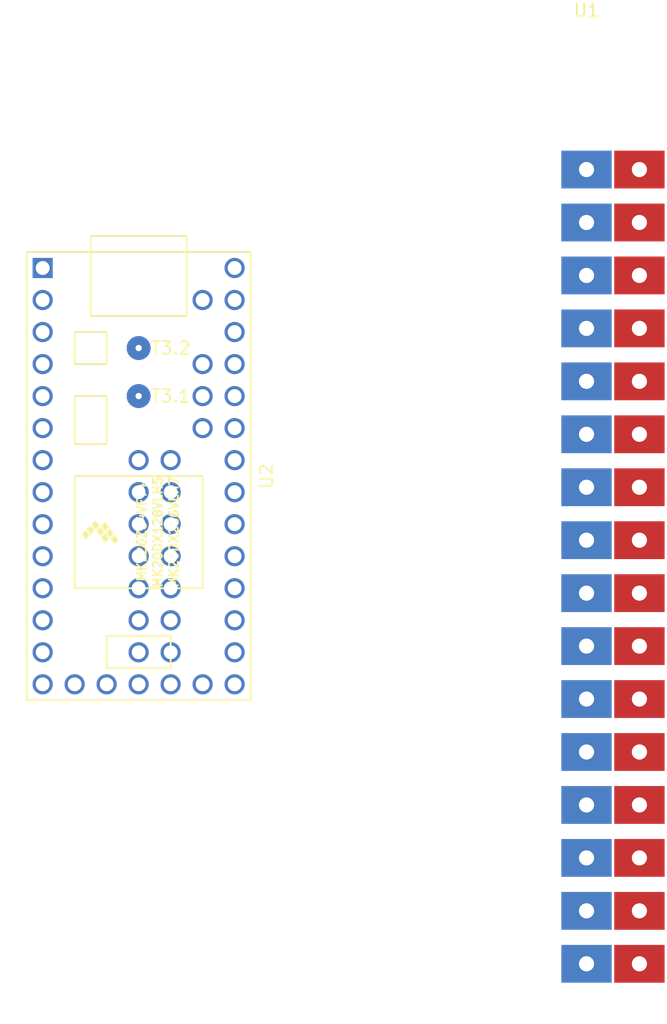
<source format=kicad_pcb>
(kicad_pcb (version 20171130) (host pcbnew 5.0.2+dfsg1-1~bpo9+1)

  (general
    (thickness 1.6)
    (drawings 0)
    (tracks 0)
    (zones 0)
    (modules 2)
    (nets 84)
  )

  (page A4)
  (layers
    (0 F.Cu signal)
    (31 B.Cu signal)
    (32 B.Adhes user)
    (33 F.Adhes user)
    (34 B.Paste user)
    (35 F.Paste user)
    (36 B.SilkS user)
    (37 F.SilkS user)
    (38 B.Mask user)
    (39 F.Mask user)
    (40 Dwgs.User user)
    (41 Cmts.User user)
    (42 Eco1.User user)
    (43 Eco2.User user)
    (44 Edge.Cuts user)
    (45 Margin user)
    (46 B.CrtYd user)
    (47 F.CrtYd user)
    (48 B.Fab user)
    (49 F.Fab user)
  )

  (setup
    (last_trace_width 0.25)
    (trace_clearance 0.2)
    (zone_clearance 0.508)
    (zone_45_only no)
    (trace_min 0.2)
    (segment_width 0.2)
    (edge_width 0.15)
    (via_size 0.8)
    (via_drill 0.4)
    (via_min_size 0.4)
    (via_min_drill 0.3)
    (uvia_size 0.3)
    (uvia_drill 0.1)
    (uvias_allowed no)
    (uvia_min_size 0.2)
    (uvia_min_drill 0.1)
    (pcb_text_width 0.3)
    (pcb_text_size 1.5 1.5)
    (mod_edge_width 0.15)
    (mod_text_size 1 1)
    (mod_text_width 0.15)
    (pad_size 1.524 1.524)
    (pad_drill 0.762)
    (pad_to_mask_clearance 0.051)
    (solder_mask_min_width 0.25)
    (aux_axis_origin 0 0)
    (visible_elements FFFFFF7F)
    (pcbplotparams
      (layerselection 0x010fc_ffffffff)
      (usegerberextensions false)
      (usegerberattributes false)
      (usegerberadvancedattributes false)
      (creategerberjobfile false)
      (excludeedgelayer true)
      (linewidth 0.100000)
      (plotframeref false)
      (viasonmask false)
      (mode 1)
      (useauxorigin false)
      (hpglpennumber 1)
      (hpglpenspeed 20)
      (hpglpendiameter 15.000000)
      (psnegative false)
      (psa4output false)
      (plotreference true)
      (plotvalue true)
      (plotinvisibletext false)
      (padsonsilk false)
      (subtractmaskfromsilk false)
      (outputformat 1)
      (mirror false)
      (drillshape 1)
      (scaleselection 1)
      (outputdirectory ""))
  )

  (net 0 "")
  (net 1 "Net-(U1-Pad16)")
  (net 2 "Net-(U1-Pad17)")
  (net 3 "Net-(U1-Pad18)")
  (net 4 "Net-(U1-Pad19)")
  (net 5 "Net-(U1-Pad20)")
  (net 6 "Net-(U1-Pad21)")
  (net 7 "Net-(U1-Pad22)")
  (net 8 "Net-(U1-Pad23)")
  (net 9 "Net-(U1-Pad28)")
  (net 10 "Net-(U1-Pad27)")
  (net 11 "Net-(U1-Pad25)")
  (net 12 "Net-(U1-Pad30)")
  (net 13 "Net-(U1-Pad29)")
  (net 14 "Net-(U1-Pad24)")
  (net 15 "Net-(U1-Pad31)")
  (net 16 "Net-(U1-Pad26)")
  (net 17 "Net-(U1-Pad4)")
  (net 18 "Net-(U1-Pad3)")
  (net 19 "Net-(U1-Pad1)")
  (net 20 "Net-(U1-Pad6)")
  (net 21 "Net-(U1-Pad5)")
  (net 22 "Net-(U1-Pad10)")
  (net 23 "Net-(U1-Pad0)")
  (net 24 "Net-(U1-Pad11)")
  (net 25 "Net-(U1-Pad13)")
  (net 26 "Net-(U1-Pad12)")
  (net 27 "Net-(U1-Pad7)")
  (net 28 "Net-(U1-Pad9)")
  (net 29 "Net-(U1-Pad15)")
  (net 30 "Net-(U1-Pad8)")
  (net 31 "Net-(U1-Pad14)")
  (net 32 "Net-(U1-Pad2)")
  (net 33 "Net-(U2-Pad17)")
  (net 34 "Net-(U2-Pad18)")
  (net 35 "Net-(U2-Pad19)")
  (net 36 "Net-(U2-Pad20)")
  (net 37 "Net-(U2-Pad16)")
  (net 38 "Net-(U2-Pad15)")
  (net 39 "Net-(U2-Pad14)")
  (net 40 "Net-(U2-Pad21)")
  (net 41 "Net-(U2-Pad22)")
  (net 42 "Net-(U2-Pad23)")
  (net 43 "Net-(U2-Pad24)")
  (net 44 "Net-(U2-Pad25)")
  (net 45 "Net-(U2-Pad26)")
  (net 46 "Net-(U2-Pad27)")
  (net 47 "Net-(U2-Pad28)")
  (net 48 "Net-(U2-Pad29)")
  (net 49 "Net-(U2-Pad30)")
  (net 50 "Net-(U2-Pad31)")
  (net 51 "Net-(U2-Pad32)")
  (net 52 "Net-(U2-Pad33)")
  (net 53 "Net-(U2-Pad34)")
  (net 54 "Net-(U2-Pad35)")
  (net 55 "Net-(U2-Pad36)")
  (net 56 "Net-(U2-Pad37)")
  (net 57 "Net-(U2-Pad13)")
  (net 58 "Net-(U2-Pad12)")
  (net 59 "Net-(U2-Pad11)")
  (net 60 "Net-(U2-Pad10)")
  (net 61 "Net-(U2-Pad9)")
  (net 62 "Net-(U2-Pad8)")
  (net 63 "Net-(U2-Pad7)")
  (net 64 "Net-(U2-Pad6)")
  (net 65 "Net-(U2-Pad5)")
  (net 66 "Net-(U2-Pad4)")
  (net 67 "Net-(U2-Pad3)")
  (net 68 "Net-(U2-Pad2)")
  (net 69 "Net-(U2-Pad1)")
  (net 70 "Net-(U2-Pad51)")
  (net 71 "Net-(U2-Pad50)")
  (net 72 "Net-(U2-Pad49)")
  (net 73 "Net-(U2-Pad48)")
  (net 74 "Net-(U2-Pad47)")
  (net 75 "Net-(U2-Pad46)")
  (net 76 "Net-(U2-Pad45)")
  (net 77 "Net-(U2-Pad38)")
  (net 78 "Net-(U2-Pad39)")
  (net 79 "Net-(U2-Pad40)")
  (net 80 "Net-(U2-Pad41)")
  (net 81 "Net-(U2-Pad42)")
  (net 82 "Net-(U2-Pad43)")
  (net 83 "Net-(U2-Pad44)")

  (net_class Default "Ceci est la Netclass par défaut."
    (clearance 0.2)
    (trace_width 0.25)
    (via_dia 0.8)
    (via_drill 0.4)
    (uvia_dia 0.3)
    (uvia_drill 0.1)
    (add_net "Net-(U1-Pad0)")
    (add_net "Net-(U1-Pad1)")
    (add_net "Net-(U1-Pad10)")
    (add_net "Net-(U1-Pad11)")
    (add_net "Net-(U1-Pad12)")
    (add_net "Net-(U1-Pad13)")
    (add_net "Net-(U1-Pad14)")
    (add_net "Net-(U1-Pad15)")
    (add_net "Net-(U1-Pad16)")
    (add_net "Net-(U1-Pad17)")
    (add_net "Net-(U1-Pad18)")
    (add_net "Net-(U1-Pad19)")
    (add_net "Net-(U1-Pad2)")
    (add_net "Net-(U1-Pad20)")
    (add_net "Net-(U1-Pad21)")
    (add_net "Net-(U1-Pad22)")
    (add_net "Net-(U1-Pad23)")
    (add_net "Net-(U1-Pad24)")
    (add_net "Net-(U1-Pad25)")
    (add_net "Net-(U1-Pad26)")
    (add_net "Net-(U1-Pad27)")
    (add_net "Net-(U1-Pad28)")
    (add_net "Net-(U1-Pad29)")
    (add_net "Net-(U1-Pad3)")
    (add_net "Net-(U1-Pad30)")
    (add_net "Net-(U1-Pad31)")
    (add_net "Net-(U1-Pad4)")
    (add_net "Net-(U1-Pad5)")
    (add_net "Net-(U1-Pad6)")
    (add_net "Net-(U1-Pad7)")
    (add_net "Net-(U1-Pad8)")
    (add_net "Net-(U1-Pad9)")
    (add_net "Net-(U2-Pad1)")
    (add_net "Net-(U2-Pad10)")
    (add_net "Net-(U2-Pad11)")
    (add_net "Net-(U2-Pad12)")
    (add_net "Net-(U2-Pad13)")
    (add_net "Net-(U2-Pad14)")
    (add_net "Net-(U2-Pad15)")
    (add_net "Net-(U2-Pad16)")
    (add_net "Net-(U2-Pad17)")
    (add_net "Net-(U2-Pad18)")
    (add_net "Net-(U2-Pad19)")
    (add_net "Net-(U2-Pad2)")
    (add_net "Net-(U2-Pad20)")
    (add_net "Net-(U2-Pad21)")
    (add_net "Net-(U2-Pad22)")
    (add_net "Net-(U2-Pad23)")
    (add_net "Net-(U2-Pad24)")
    (add_net "Net-(U2-Pad25)")
    (add_net "Net-(U2-Pad26)")
    (add_net "Net-(U2-Pad27)")
    (add_net "Net-(U2-Pad28)")
    (add_net "Net-(U2-Pad29)")
    (add_net "Net-(U2-Pad3)")
    (add_net "Net-(U2-Pad30)")
    (add_net "Net-(U2-Pad31)")
    (add_net "Net-(U2-Pad32)")
    (add_net "Net-(U2-Pad33)")
    (add_net "Net-(U2-Pad34)")
    (add_net "Net-(U2-Pad35)")
    (add_net "Net-(U2-Pad36)")
    (add_net "Net-(U2-Pad37)")
    (add_net "Net-(U2-Pad38)")
    (add_net "Net-(U2-Pad39)")
    (add_net "Net-(U2-Pad4)")
    (add_net "Net-(U2-Pad40)")
    (add_net "Net-(U2-Pad41)")
    (add_net "Net-(U2-Pad42)")
    (add_net "Net-(U2-Pad43)")
    (add_net "Net-(U2-Pad44)")
    (add_net "Net-(U2-Pad45)")
    (add_net "Net-(U2-Pad46)")
    (add_net "Net-(U2-Pad47)")
    (add_net "Net-(U2-Pad48)")
    (add_net "Net-(U2-Pad49)")
    (add_net "Net-(U2-Pad5)")
    (add_net "Net-(U2-Pad50)")
    (add_net "Net-(U2-Pad51)")
    (add_net "Net-(U2-Pad6)")
    (add_net "Net-(U2-Pad7)")
    (add_net "Net-(U2-Pad8)")
    (add_net "Net-(U2-Pad9)")
  )

  (module teensy:Teensy30_31_32_LC (layer F.Cu) (tedit 5DEB7A80) (tstamp 5DE9839C)
    (at 105.41 101.6 270)
    (path /5DE6E045)
    (fp_text reference U2 (at 0 -10.16 270) (layer F.SilkS)
      (effects (font (size 1 1) (thickness 0.15)))
    )
    (fp_text value Teensy3.2 (at 0 10.16 270) (layer F.Fab)
      (effects (font (size 1 1) (thickness 0.15)))
    )
    (fp_text user MK20DX128VLH5 (at 4.445 -1.524 270) (layer F.SilkS)
      (effects (font (size 0.7 0.7) (thickness 0.15)))
    )
    (fp_text user MKL26Z64VFT4 (at 4.445 -0.254 270) (layer F.SilkS)
      (effects (font (size 0.7 0.7) (thickness 0.15)))
    )
    (fp_text user MK20DX256VLH7 (at 4.445 -2.794 270) (layer F.SilkS)
      (effects (font (size 0.7 0.7) (thickness 0.15)))
    )
    (fp_poly (pts (xy 4.826 2.921) (xy 4.572 2.667) (xy 4.953 2.413) (xy 5.207 2.667)) (layer F.SilkS) (width 0.1))
    (fp_poly (pts (xy 3.81 3.683) (xy 3.556 3.429) (xy 3.937 3.175) (xy 4.191 3.429)) (layer F.SilkS) (width 0.1))
    (fp_poly (pts (xy 4.572 4.445) (xy 4.318 4.191) (xy 4.699 3.937) (xy 4.953 4.191)) (layer F.SilkS) (width 0.1))
    (fp_poly (pts (xy 4.445 2.54) (xy 4.191 2.286) (xy 4.572 2.032) (xy 4.826 2.286)) (layer F.SilkS) (width 0.1))
    (fp_poly (pts (xy 4.191 4.064) (xy 3.937 3.81) (xy 4.318 3.556) (xy 4.572 3.81)) (layer F.SilkS) (width 0.1))
    (fp_poly (pts (xy 4.953 2.159) (xy 4.699 1.905) (xy 5.08 1.651) (xy 5.334 1.905)) (layer F.SilkS) (width 0.1))
    (fp_poly (pts (xy 4.318 3.302) (xy 4.064 3.048) (xy 4.445 2.794) (xy 4.699 3.048)) (layer F.SilkS) (width 0.1))
    (fp_poly (pts (xy 3.937 2.921) (xy 3.683 2.667) (xy 4.064 2.413) (xy 4.318 2.667)) (layer F.SilkS) (width 0.1))
    (fp_line (start -17.78 8.89) (end -17.78 -8.89) (layer F.SilkS) (width 0.15))
    (fp_line (start 17.78 8.89) (end -17.78 8.89) (layer F.SilkS) (width 0.15))
    (fp_line (start 17.78 -8.89) (end 17.78 8.89) (layer F.SilkS) (width 0.15))
    (fp_line (start -17.78 -8.89) (end 17.78 -8.89) (layer F.SilkS) (width 0.15))
    (fp_line (start 8.89 5.08) (end 0 5.08) (layer F.SilkS) (width 0.15))
    (fp_line (start 8.89 -5.08) (end 0 -5.08) (layer F.SilkS) (width 0.15))
    (fp_line (start 0 -5.08) (end 0 5.08) (layer F.SilkS) (width 0.15))
    (fp_line (start 8.89 5.08) (end 8.89 -5.08) (layer F.SilkS) (width 0.15))
    (fp_line (start 12.7 -2.54) (end 15.24 -2.54) (layer F.SilkS) (width 0.15))
    (fp_line (start 12.7 2.54) (end 12.7 -2.54) (layer F.SilkS) (width 0.15))
    (fp_line (start 15.24 2.54) (end 12.7 2.54) (layer F.SilkS) (width 0.15))
    (fp_line (start 15.24 -2.54) (end 15.24 2.54) (layer F.SilkS) (width 0.15))
    (fp_line (start -11.43 2.54) (end -11.43 5.08) (layer F.SilkS) (width 0.15))
    (fp_line (start -8.89 2.54) (end -11.43 2.54) (layer F.SilkS) (width 0.15))
    (fp_line (start -8.89 5.08) (end -8.89 2.54) (layer F.SilkS) (width 0.15))
    (fp_line (start -11.43 5.08) (end -8.89 5.08) (layer F.SilkS) (width 0.15))
    (fp_line (start -12.7 3.81) (end -17.78 3.81) (layer F.SilkS) (width 0.15))
    (fp_line (start -12.7 -3.81) (end -17.78 -3.81) (layer F.SilkS) (width 0.15))
    (fp_line (start -12.7 3.81) (end -12.7 -3.81) (layer F.SilkS) (width 0.15))
    (fp_line (start -6.35 2.54) (end -6.35 5.08) (layer F.SilkS) (width 0.15))
    (fp_line (start -2.54 2.54) (end -6.35 2.54) (layer F.SilkS) (width 0.15))
    (fp_line (start -2.54 5.08) (end -2.54 2.54) (layer F.SilkS) (width 0.15))
    (fp_line (start -6.35 5.08) (end -2.54 5.08) (layer F.SilkS) (width 0.15))
    (fp_line (start -19.05 -3.81) (end -17.78 -3.81) (layer F.SilkS) (width 0.15))
    (fp_line (start -19.05 3.81) (end -19.05 -3.81) (layer F.SilkS) (width 0.15))
    (fp_line (start -17.78 3.81) (end -19.05 3.81) (layer F.SilkS) (width 0.15))
    (fp_text user T3.1 (at -6.35 -2.54) (layer F.SilkS)
      (effects (font (size 1 1) (thickness 0.15)))
    )
    (fp_text user T3.2 (at -10.16 -2.54) (layer F.SilkS)
      (effects (font (size 1 1) (thickness 0.15)))
    )
    (pad 51 thru_hole circle (at -1.27 0 270) (size 1.6 1.6) (drill 1.1) (layers *.Cu *.Mask)
      (net 70 "Net-(U2-Pad51)"))
    (pad 50 thru_hole circle (at 1.27 0 270) (size 1.6 1.6) (drill 1.1) (layers *.Cu *.Mask)
      (net 71 "Net-(U2-Pad50)"))
    (pad 49 thru_hole circle (at 3.81 0 270) (size 1.6 1.6) (drill 1.1) (layers *.Cu *.Mask)
      (net 72 "Net-(U2-Pad49)"))
    (pad 48 thru_hole circle (at 6.35 0 270) (size 1.6 1.6) (drill 1.1) (layers *.Cu *.Mask)
      (net 73 "Net-(U2-Pad48)"))
    (pad 47 thru_hole circle (at 8.89 0 270) (size 1.6 1.6) (drill 1.1) (layers *.Cu *.Mask)
      (net 74 "Net-(U2-Pad47)"))
    (pad 46 thru_hole circle (at 11.43 0 270) (size 1.6 1.6) (drill 1.1) (layers *.Cu *.Mask)
      (net 75 "Net-(U2-Pad46)"))
    (pad 45 thru_hole circle (at 13.97 0 270) (size 1.6 1.6) (drill 1.1) (layers *.Cu *.Mask)
      (net 76 "Net-(U2-Pad45)"))
    (pad 38 thru_hole circle (at -1.27 -2.54 270) (size 1.6 1.6) (drill 1.1) (layers *.Cu *.Mask)
      (net 77 "Net-(U2-Pad38)"))
    (pad 39 thru_hole circle (at 1.27 -2.54 270) (size 1.6 1.6) (drill 1.1) (layers *.Cu *.Mask)
      (net 78 "Net-(U2-Pad39)"))
    (pad 40 thru_hole circle (at 3.81 -2.54 270) (size 1.6 1.6) (drill 1.1) (layers *.Cu *.Mask)
      (net 79 "Net-(U2-Pad40)"))
    (pad 41 thru_hole circle (at 6.35 -2.54 270) (size 1.6 1.6) (drill 1.1) (layers *.Cu *.Mask)
      (net 80 "Net-(U2-Pad41)"))
    (pad 42 thru_hole circle (at 8.89 -2.54 270) (size 1.6 1.6) (drill 1.1) (layers *.Cu *.Mask)
      (net 81 "Net-(U2-Pad42)"))
    (pad 43 thru_hole circle (at 11.43 -2.54 270) (size 1.6 1.6) (drill 1.1) (layers *.Cu *.Mask)
      (net 82 "Net-(U2-Pad43)"))
    (pad 44 thru_hole circle (at 13.97 -2.54 270) (size 1.6 1.6) (drill 1.1) (layers *.Cu *.Mask)
      (net 83 "Net-(U2-Pad44)"))
    (pad 52 thru_hole circle (at -10.16 0 270) (size 1.9 1.9) (drill 0.5) (layers *.Cu *.Mask))
    (pad 52 thru_hole circle (at -6.35 0 270) (size 1.9 1.9) (drill 0.5) (layers *.Cu *.Mask))
    (pad 1 thru_hole rect (at -16.51 7.62 270) (size 1.6 1.6) (drill 1.1) (layers *.Cu *.Mask)
      (net 69 "Net-(U2-Pad1)"))
    (pad 2 thru_hole circle (at -13.97 7.62 270) (size 1.6 1.6) (drill 1.1) (layers *.Cu *.Mask)
      (net 68 "Net-(U2-Pad2)"))
    (pad 3 thru_hole circle (at -11.43 7.62 270) (size 1.6 1.6) (drill 1.1) (layers *.Cu *.Mask)
      (net 67 "Net-(U2-Pad3)"))
    (pad 4 thru_hole circle (at -8.89 7.62 270) (size 1.6 1.6) (drill 1.1) (layers *.Cu *.Mask)
      (net 66 "Net-(U2-Pad4)"))
    (pad 5 thru_hole circle (at -6.35 7.62 270) (size 1.6 1.6) (drill 1.1) (layers *.Cu *.Mask)
      (net 65 "Net-(U2-Pad5)"))
    (pad 6 thru_hole circle (at -3.81 7.62 270) (size 1.6 1.6) (drill 1.1) (layers *.Cu *.Mask)
      (net 64 "Net-(U2-Pad6)"))
    (pad 7 thru_hole circle (at -1.27 7.62 270) (size 1.6 1.6) (drill 1.1) (layers *.Cu *.Mask)
      (net 63 "Net-(U2-Pad7)"))
    (pad 8 thru_hole circle (at 1.27 7.62 270) (size 1.6 1.6) (drill 1.1) (layers *.Cu *.Mask)
      (net 62 "Net-(U2-Pad8)"))
    (pad 9 thru_hole circle (at 3.81 7.62 270) (size 1.6 1.6) (drill 1.1) (layers *.Cu *.Mask)
      (net 61 "Net-(U2-Pad9)"))
    (pad 10 thru_hole circle (at 6.35 7.62 270) (size 1.6 1.6) (drill 1.1) (layers *.Cu *.Mask)
      (net 60 "Net-(U2-Pad10)"))
    (pad 11 thru_hole circle (at 8.89 7.62 270) (size 1.6 1.6) (drill 1.1) (layers *.Cu *.Mask)
      (net 59 "Net-(U2-Pad11)"))
    (pad 12 thru_hole circle (at 11.43 7.62 270) (size 1.6 1.6) (drill 1.1) (layers *.Cu *.Mask)
      (net 58 "Net-(U2-Pad12)"))
    (pad 13 thru_hole circle (at 13.97 7.62 270) (size 1.6 1.6) (drill 1.1) (layers *.Cu *.Mask)
      (net 57 "Net-(U2-Pad13)"))
    (pad 37 thru_hole circle (at -3.81 -5.08 270) (size 1.6 1.6) (drill 1.1) (layers *.Cu *.Mask)
      (net 56 "Net-(U2-Pad37)"))
    (pad 36 thru_hole circle (at -6.35 -5.08 270) (size 1.6 1.6) (drill 1.1) (layers *.Cu *.Mask)
      (net 55 "Net-(U2-Pad36)"))
    (pad 35 thru_hole circle (at -8.89 -5.08 270) (size 1.6 1.6) (drill 1.1) (layers *.Cu *.Mask)
      (net 54 "Net-(U2-Pad35)"))
    (pad 34 thru_hole circle (at -13.97 -5.08 270) (size 1.6 1.6) (drill 1.1) (layers *.Cu *.Mask)
      (net 53 "Net-(U2-Pad34)"))
    (pad 33 thru_hole circle (at -16.51 -7.62 270) (size 1.6 1.6) (drill 1.1) (layers *.Cu *.Mask)
      (net 52 "Net-(U2-Pad33)"))
    (pad 32 thru_hole circle (at -13.97 -7.62 270) (size 1.6 1.6) (drill 1.1) (layers *.Cu *.Mask)
      (net 51 "Net-(U2-Pad32)"))
    (pad 31 thru_hole circle (at -11.43 -7.62 270) (size 1.6 1.6) (drill 1.1) (layers *.Cu *.Mask)
      (net 50 "Net-(U2-Pad31)"))
    (pad 30 thru_hole circle (at -8.89 -7.62 270) (size 1.6 1.6) (drill 1.1) (layers *.Cu *.Mask)
      (net 49 "Net-(U2-Pad30)"))
    (pad 29 thru_hole circle (at -6.35 -7.62 270) (size 1.6 1.6) (drill 1.1) (layers *.Cu *.Mask)
      (net 48 "Net-(U2-Pad29)"))
    (pad 28 thru_hole circle (at -3.81 -7.62 270) (size 1.6 1.6) (drill 1.1) (layers *.Cu *.Mask)
      (net 47 "Net-(U2-Pad28)"))
    (pad 27 thru_hole circle (at -1.27 -7.62 270) (size 1.6 1.6) (drill 1.1) (layers *.Cu *.Mask)
      (net 46 "Net-(U2-Pad27)"))
    (pad 26 thru_hole circle (at 1.27 -7.62 270) (size 1.6 1.6) (drill 1.1) (layers *.Cu *.Mask)
      (net 45 "Net-(U2-Pad26)"))
    (pad 25 thru_hole circle (at 3.81 -7.62 270) (size 1.6 1.6) (drill 1.1) (layers *.Cu *.Mask)
      (net 44 "Net-(U2-Pad25)"))
    (pad 24 thru_hole circle (at 6.35 -7.62 270) (size 1.6 1.6) (drill 1.1) (layers *.Cu *.Mask)
      (net 43 "Net-(U2-Pad24)"))
    (pad 23 thru_hole circle (at 8.89 -7.62 270) (size 1.6 1.6) (drill 1.1) (layers *.Cu *.Mask)
      (net 42 "Net-(U2-Pad23)"))
    (pad 22 thru_hole circle (at 11.43 -7.62 270) (size 1.6 1.6) (drill 1.1) (layers *.Cu *.Mask)
      (net 41 "Net-(U2-Pad22)"))
    (pad 21 thru_hole circle (at 13.97 -7.62 270) (size 1.6 1.6) (drill 1.1) (layers *.Cu *.Mask)
      (net 40 "Net-(U2-Pad21)"))
    (pad 14 thru_hole circle (at 16.51 7.62 270) (size 1.6 1.6) (drill 1.1) (layers *.Cu *.Mask)
      (net 39 "Net-(U2-Pad14)"))
    (pad 15 thru_hole circle (at 16.51 5.08 270) (size 1.6 1.6) (drill 1.1) (layers *.Cu *.Mask)
      (net 38 "Net-(U2-Pad15)"))
    (pad 16 thru_hole circle (at 16.51 2.54 270) (size 1.6 1.6) (drill 1.1) (layers *.Cu *.Mask)
      (net 37 "Net-(U2-Pad16)"))
    (pad 20 thru_hole circle (at 16.51 -7.62 270) (size 1.6 1.6) (drill 1.1) (layers *.Cu *.Mask)
      (net 36 "Net-(U2-Pad20)"))
    (pad 19 thru_hole circle (at 16.51 -5.08 270) (size 1.6 1.6) (drill 1.1) (layers *.Cu *.Mask)
      (net 35 "Net-(U2-Pad19)"))
    (pad 18 thru_hole circle (at 16.51 -2.54 270) (size 1.6 1.6) (drill 1.1) (layers *.Cu *.Mask)
      (net 34 "Net-(U2-Pad18)"))
    (pad 17 thru_hole circle (at 16.51 0 270) (size 1.6 1.6) (drill 1.1) (layers *.Cu *.Mask)
      (net 33 "Net-(U2-Pad17)"))
  )

  (module e256:e256_pad_16X16 (layer F.Cu) (tedit 5DE6C641) (tstamp 5DE98B26)
    (at 140.97 106.68)
    (path /5DE6B591)
    (fp_text reference U1 (at 0 -42) (layer F.SilkS)
      (effects (font (size 1 1) (thickness 0.15)))
    )
    (fp_text value e256_pad_16x16 (at 0 -37.8) (layer F.Fab)
      (effects (font (size 1 1) (thickness 0.15)))
    )
    (pad 16 smd rect (at 4.2 -29.4) (size 4 3) (layers F.Cu F.Paste F.Mask)
      (net 1 "Net-(U1-Pad16)"))
    (pad 17 smd rect (at 4.2 -25.2) (size 4 3) (layers F.Cu F.Paste F.Mask)
      (net 2 "Net-(U1-Pad17)"))
    (pad 18 smd rect (at 4.2 -21) (size 4 3) (layers F.Cu F.Paste F.Mask)
      (net 3 "Net-(U1-Pad18)"))
    (pad 19 smd rect (at 4.2 -16.8) (size 4 3) (layers F.Cu F.Paste F.Mask)
      (net 4 "Net-(U1-Pad19)"))
    (pad 20 smd rect (at 4.2 -12.6) (size 4 3) (layers F.Cu F.Paste F.Mask)
      (net 5 "Net-(U1-Pad20)"))
    (pad 21 smd rect (at 4.2 -8.4) (size 4 3) (layers F.Cu F.Paste F.Mask)
      (net 6 "Net-(U1-Pad21)"))
    (pad 22 smd rect (at 4.2 -4.2) (size 4 3) (layers F.Cu F.Paste F.Mask)
      (net 7 "Net-(U1-Pad22)"))
    (pad 23 smd rect (at 4.2 0) (size 4 3) (layers F.Cu F.Paste F.Mask)
      (net 8 "Net-(U1-Pad23)"))
    (pad 28 smd rect (at 4.2 21) (size 4 3) (layers F.Cu F.Paste F.Mask)
      (net 9 "Net-(U1-Pad28)"))
    (pad 27 smd rect (at 4.2 16.8) (size 4 3) (layers F.Cu F.Paste F.Mask)
      (net 10 "Net-(U1-Pad27)"))
    (pad 25 smd rect (at 4.2 8.4) (size 4 3) (layers F.Cu F.Paste F.Mask)
      (net 11 "Net-(U1-Pad25)"))
    (pad 30 smd rect (at 4.2 29.4) (size 4 3) (layers F.Cu F.Paste F.Mask)
      (net 12 "Net-(U1-Pad30)"))
    (pad 29 smd rect (at 4.2 25.2) (size 4 3) (layers F.Cu F.Paste F.Mask)
      (net 13 "Net-(U1-Pad29)"))
    (pad 24 smd rect (at 4.2 4.2) (size 4 3) (layers F.Cu F.Paste F.Mask)
      (net 14 "Net-(U1-Pad24)"))
    (pad 31 smd rect (at 4.2 33.6) (size 4 3) (layers F.Cu F.Paste F.Mask)
      (net 15 "Net-(U1-Pad31)"))
    (pad 26 smd rect (at 4.2 12.6) (size 4 3) (layers F.Cu F.Paste F.Mask)
      (net 16 "Net-(U1-Pad26)"))
    (pad 4 smd rect (at 0 -12.6) (size 4 3) (layers B.Cu B.Paste B.Mask)
      (net 17 "Net-(U1-Pad4)"))
    (pad 3 smd rect (at 0 -16.8) (size 4 3) (layers B.Cu B.Paste B.Mask)
      (net 18 "Net-(U1-Pad3)"))
    (pad 1 smd rect (at 0 -25.2) (size 4 3) (layers B.Cu B.Paste B.Mask)
      (net 19 "Net-(U1-Pad1)"))
    (pad 6 smd rect (at 0 -4.2) (size 4 3) (layers B.Cu B.Paste B.Mask)
      (net 20 "Net-(U1-Pad6)"))
    (pad 5 smd rect (at 0 -8.4) (size 4 3) (layers B.Cu B.Paste B.Mask)
      (net 21 "Net-(U1-Pad5)"))
    (pad 10 smd rect (at 0 12.6) (size 4 3) (layers B.Cu B.Paste B.Mask)
      (net 22 "Net-(U1-Pad10)"))
    (pad 0 smd rect (at 0 -29.4) (size 4 3) (layers B.Cu B.Paste B.Mask)
      (net 23 "Net-(U1-Pad0)"))
    (pad 11 smd rect (at 0 16.8) (size 4 3) (layers B.Cu B.Paste B.Mask)
      (net 24 "Net-(U1-Pad11)"))
    (pad 13 smd rect (at 0 25.2) (size 4 3) (layers B.Cu B.Paste B.Mask)
      (net 25 "Net-(U1-Pad13)"))
    (pad 12 smd rect (at 0 21) (size 4 3) (layers B.Cu B.Paste B.Mask)
      (net 26 "Net-(U1-Pad12)"))
    (pad 7 smd rect (at 0 0) (size 4 3) (layers B.Cu B.Paste B.Mask)
      (net 27 "Net-(U1-Pad7)"))
    (pad 9 smd rect (at 0 8.4) (size 4 3) (layers B.Cu B.Paste B.Mask)
      (net 28 "Net-(U1-Pad9)"))
    (pad 15 smd rect (at 0 33.6) (size 4 3) (layers B.Cu B.Paste B.Mask)
      (net 29 "Net-(U1-Pad15)"))
    (pad 8 smd rect (at 0 4.2) (size 4 3) (layers B.Cu B.Paste B.Mask)
      (net 30 "Net-(U1-Pad8)"))
    (pad 14 smd rect (at 0 29.4) (size 4 3) (layers B.Cu B.Paste B.Mask)
      (net 31 "Net-(U1-Pad14)"))
    (pad 2 smd rect (at 0 -21) (size 4 3) (layers B.Cu B.Paste B.Mask)
      (net 32 "Net-(U1-Pad2)"))
    (pad "" np_thru_hole circle (at 4.2 -29.4) (size 1.2 1.2) (drill 1.2) (layers *.Cu))
    (pad "" np_thru_hole circle (at 0 -29.4) (size 1.2 1.2) (drill 1.2) (layers *.Cu))
    (pad "" np_thru_hole circle (at 0 -25.2) (size 1.2 1.2) (drill 1.2) (layers *.Cu))
    (pad "" np_thru_hole circle (at 4.2 -25.2) (size 1.2 1.2) (drill 1.2) (layers *.Cu))
    (pad "" np_thru_hole circle (at 0 -21) (size 1.2 1.2) (drill 1.2) (layers *.Cu))
    (pad "" np_thru_hole circle (at 4.2 -21) (size 1.2 1.2) (drill 1.2) (layers *.Cu))
    (pad "" np_thru_hole circle (at 4.2 -16.8) (size 1.2 1.2) (drill 1.2) (layers *.Cu))
    (pad "" np_thru_hole circle (at 0 -16.8) (size 1.2 1.2) (drill 1.2) (layers *.Cu))
    (pad "" np_thru_hole circle (at 0 -12.6) (size 1.2 1.2) (drill 1.2) (layers *.Cu))
    (pad "" np_thru_hole circle (at 4.2 -12.6) (size 1.2 1.2) (drill 1.2) (layers *.Cu))
    (pad "" np_thru_hole circle (at 4.2 -8.4) (size 1.2 1.2) (drill 1.2) (layers *.Cu))
    (pad "" np_thru_hole circle (at 0 -8.4) (size 1.2 1.2) (drill 1.2) (layers *.Cu))
    (pad "" np_thru_hole circle (at 0 -4.2) (size 1.2 1.2) (drill 1.2) (layers *.Cu))
    (pad "" np_thru_hole circle (at 4.2 -4.2) (size 1.2 1.2) (drill 1.2) (layers *.Cu))
    (pad "" np_thru_hole circle (at 4.2 0) (size 1.2 1.2) (drill 1.2) (layers *.Cu))
    (pad "" np_thru_hole circle (at 0 0) (size 1.2 1.2) (drill 1.2) (layers *.Cu))
    (pad "" np_thru_hole circle (at 0 4.2) (size 1.2 1.2) (drill 1.2) (layers *.Cu))
    (pad "" np_thru_hole circle (at 4.2 4.2) (size 1.2 1.2) (drill 1.2) (layers *.Cu))
    (pad "" np_thru_hole circle (at 4.2 8.4) (size 1.2 1.2) (drill 1.2) (layers *.Cu))
    (pad "" np_thru_hole circle (at 0 8.4) (size 1.2 1.2) (drill 1.2) (layers *.Cu))
    (pad "" np_thru_hole circle (at 0 12.6) (size 1.2 1.2) (drill 1.2) (layers *.Cu))
    (pad "" np_thru_hole circle (at 4.2 12.6) (size 1.2 1.2) (drill 1.2) (layers *.Cu))
    (pad "" np_thru_hole circle (at 4.2 16.8) (size 1.2 1.2) (drill 1.2) (layers *.Cu))
    (pad "" np_thru_hole circle (at 4.2 16.8) (size 1.2 1.2) (drill 1.2) (layers *.Cu))
    (pad "" np_thru_hole circle (at 0 16.8) (size 1.2 1.2) (drill 1.2) (layers *.Cu))
    (pad "" np_thru_hole circle (at 0 21) (size 1.2 1.2) (drill 1.2) (layers *.Cu))
    (pad "" np_thru_hole circle (at 4.2 21) (size 1.2 1.2) (drill 1.2) (layers *.Cu))
    (pad "" np_thru_hole circle (at 4.2 25.2) (size 1.2 1.2) (drill 1.2) (layers *.Cu))
    (pad "" np_thru_hole circle (at 0 25.2) (size 1.2 1.2) (drill 1.2) (layers *.Cu))
    (pad "" np_thru_hole circle (at 0 29.4) (size 1.2 1.2) (drill 1.2) (layers *.Cu))
    (pad "" np_thru_hole circle (at 4.2 29.4) (size 1.2 1.2) (drill 1.2) (layers *.Cu))
    (pad "" np_thru_hole circle (at 4.2 33.6) (size 1.2 1.2) (drill 1.2) (layers *.Cu))
    (pad "" np_thru_hole circle (at 0 33.6) (size 1.2 1.2) (drill 1.2) (layers *.Cu))
    (pad "" np_thru_hole circle (at 0 37.8) (size 1.2 1.2) (drill 1.2) (layers *.Cu))
    (pad "" np_thru_hole circle (at 4.2 37.8) (size 1.2 1.2) (drill 1.2) (layers *.Cu))
    (pad "" np_thru_hole circle (at 0 -33.6) (size 1.2 1.2) (drill 1.2) (layers *.Cu))
    (pad "" np_thru_hole circle (at 4.2 -33.6) (size 1.2 1.2) (drill 1.2) (layers *.Cu))
  )

)

</source>
